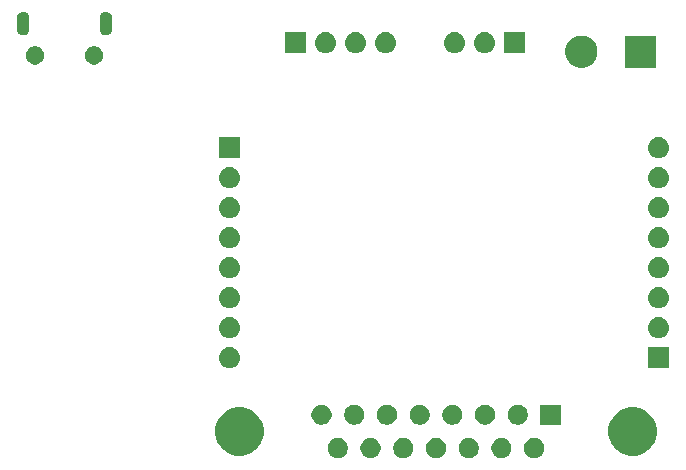
<source format=gbr>
G04 #@! TF.GenerationSoftware,KiCad,Pcbnew,(5.1.4)-1*
G04 #@! TF.CreationDate,2019-10-18T17:06:04-04:00*
G04 #@! TF.ProjectId,mtd415te,6d746434-3135-4746-952e-6b696361645f,rev?*
G04 #@! TF.SameCoordinates,Original*
G04 #@! TF.FileFunction,Soldermask,Bot*
G04 #@! TF.FilePolarity,Negative*
%FSLAX46Y46*%
G04 Gerber Fmt 4.6, Leading zero omitted, Abs format (unit mm)*
G04 Created by KiCad (PCBNEW (5.1.4)-1) date 2019-10-18 17:06:04*
%MOMM*%
%LPD*%
G04 APERTURE LIST*
%ADD10C,0.100000*%
G04 APERTURE END LIST*
D10*
G36*
X145191228Y-79491703D02*
G01*
X145346100Y-79555853D01*
X145485481Y-79648985D01*
X145604015Y-79767519D01*
X145697147Y-79906900D01*
X145761297Y-80061772D01*
X145794000Y-80226184D01*
X145794000Y-80393816D01*
X145761297Y-80558228D01*
X145697147Y-80713100D01*
X145604015Y-80852481D01*
X145485481Y-80971015D01*
X145346100Y-81064147D01*
X145191228Y-81128297D01*
X145026816Y-81161000D01*
X144859184Y-81161000D01*
X144694772Y-81128297D01*
X144539900Y-81064147D01*
X144400519Y-80971015D01*
X144281985Y-80852481D01*
X144188853Y-80713100D01*
X144124703Y-80558228D01*
X144092000Y-80393816D01*
X144092000Y-80226184D01*
X144124703Y-80061772D01*
X144188853Y-79906900D01*
X144281985Y-79767519D01*
X144400519Y-79648985D01*
X144539900Y-79555853D01*
X144694772Y-79491703D01*
X144859184Y-79459000D01*
X145026816Y-79459000D01*
X145191228Y-79491703D01*
X145191228Y-79491703D01*
G37*
G36*
X147961228Y-79491703D02*
G01*
X148116100Y-79555853D01*
X148255481Y-79648985D01*
X148374015Y-79767519D01*
X148467147Y-79906900D01*
X148531297Y-80061772D01*
X148564000Y-80226184D01*
X148564000Y-80393816D01*
X148531297Y-80558228D01*
X148467147Y-80713100D01*
X148374015Y-80852481D01*
X148255481Y-80971015D01*
X148116100Y-81064147D01*
X147961228Y-81128297D01*
X147796816Y-81161000D01*
X147629184Y-81161000D01*
X147464772Y-81128297D01*
X147309900Y-81064147D01*
X147170519Y-80971015D01*
X147051985Y-80852481D01*
X146958853Y-80713100D01*
X146894703Y-80558228D01*
X146862000Y-80393816D01*
X146862000Y-80226184D01*
X146894703Y-80061772D01*
X146958853Y-79906900D01*
X147051985Y-79767519D01*
X147170519Y-79648985D01*
X147309900Y-79555853D01*
X147464772Y-79491703D01*
X147629184Y-79459000D01*
X147796816Y-79459000D01*
X147961228Y-79491703D01*
X147961228Y-79491703D01*
G37*
G36*
X131341228Y-79491703D02*
G01*
X131496100Y-79555853D01*
X131635481Y-79648985D01*
X131754015Y-79767519D01*
X131847147Y-79906900D01*
X131911297Y-80061772D01*
X131944000Y-80226184D01*
X131944000Y-80393816D01*
X131911297Y-80558228D01*
X131847147Y-80713100D01*
X131754015Y-80852481D01*
X131635481Y-80971015D01*
X131496100Y-81064147D01*
X131341228Y-81128297D01*
X131176816Y-81161000D01*
X131009184Y-81161000D01*
X130844772Y-81128297D01*
X130689900Y-81064147D01*
X130550519Y-80971015D01*
X130431985Y-80852481D01*
X130338853Y-80713100D01*
X130274703Y-80558228D01*
X130242000Y-80393816D01*
X130242000Y-80226184D01*
X130274703Y-80061772D01*
X130338853Y-79906900D01*
X130431985Y-79767519D01*
X130550519Y-79648985D01*
X130689900Y-79555853D01*
X130844772Y-79491703D01*
X131009184Y-79459000D01*
X131176816Y-79459000D01*
X131341228Y-79491703D01*
X131341228Y-79491703D01*
G37*
G36*
X134111228Y-79491703D02*
G01*
X134266100Y-79555853D01*
X134405481Y-79648985D01*
X134524015Y-79767519D01*
X134617147Y-79906900D01*
X134681297Y-80061772D01*
X134714000Y-80226184D01*
X134714000Y-80393816D01*
X134681297Y-80558228D01*
X134617147Y-80713100D01*
X134524015Y-80852481D01*
X134405481Y-80971015D01*
X134266100Y-81064147D01*
X134111228Y-81128297D01*
X133946816Y-81161000D01*
X133779184Y-81161000D01*
X133614772Y-81128297D01*
X133459900Y-81064147D01*
X133320519Y-80971015D01*
X133201985Y-80852481D01*
X133108853Y-80713100D01*
X133044703Y-80558228D01*
X133012000Y-80393816D01*
X133012000Y-80226184D01*
X133044703Y-80061772D01*
X133108853Y-79906900D01*
X133201985Y-79767519D01*
X133320519Y-79648985D01*
X133459900Y-79555853D01*
X133614772Y-79491703D01*
X133779184Y-79459000D01*
X133946816Y-79459000D01*
X134111228Y-79491703D01*
X134111228Y-79491703D01*
G37*
G36*
X139651228Y-79491703D02*
G01*
X139806100Y-79555853D01*
X139945481Y-79648985D01*
X140064015Y-79767519D01*
X140157147Y-79906900D01*
X140221297Y-80061772D01*
X140254000Y-80226184D01*
X140254000Y-80393816D01*
X140221297Y-80558228D01*
X140157147Y-80713100D01*
X140064015Y-80852481D01*
X139945481Y-80971015D01*
X139806100Y-81064147D01*
X139651228Y-81128297D01*
X139486816Y-81161000D01*
X139319184Y-81161000D01*
X139154772Y-81128297D01*
X138999900Y-81064147D01*
X138860519Y-80971015D01*
X138741985Y-80852481D01*
X138648853Y-80713100D01*
X138584703Y-80558228D01*
X138552000Y-80393816D01*
X138552000Y-80226184D01*
X138584703Y-80061772D01*
X138648853Y-79906900D01*
X138741985Y-79767519D01*
X138860519Y-79648985D01*
X138999900Y-79555853D01*
X139154772Y-79491703D01*
X139319184Y-79459000D01*
X139486816Y-79459000D01*
X139651228Y-79491703D01*
X139651228Y-79491703D01*
G37*
G36*
X142421228Y-79491703D02*
G01*
X142576100Y-79555853D01*
X142715481Y-79648985D01*
X142834015Y-79767519D01*
X142927147Y-79906900D01*
X142991297Y-80061772D01*
X143024000Y-80226184D01*
X143024000Y-80393816D01*
X142991297Y-80558228D01*
X142927147Y-80713100D01*
X142834015Y-80852481D01*
X142715481Y-80971015D01*
X142576100Y-81064147D01*
X142421228Y-81128297D01*
X142256816Y-81161000D01*
X142089184Y-81161000D01*
X141924772Y-81128297D01*
X141769900Y-81064147D01*
X141630519Y-80971015D01*
X141511985Y-80852481D01*
X141418853Y-80713100D01*
X141354703Y-80558228D01*
X141322000Y-80393816D01*
X141322000Y-80226184D01*
X141354703Y-80061772D01*
X141418853Y-79906900D01*
X141511985Y-79767519D01*
X141630519Y-79648985D01*
X141769900Y-79555853D01*
X141924772Y-79491703D01*
X142089184Y-79459000D01*
X142256816Y-79459000D01*
X142421228Y-79491703D01*
X142421228Y-79491703D01*
G37*
G36*
X136881228Y-79491703D02*
G01*
X137036100Y-79555853D01*
X137175481Y-79648985D01*
X137294015Y-79767519D01*
X137387147Y-79906900D01*
X137451297Y-80061772D01*
X137484000Y-80226184D01*
X137484000Y-80393816D01*
X137451297Y-80558228D01*
X137387147Y-80713100D01*
X137294015Y-80852481D01*
X137175481Y-80971015D01*
X137036100Y-81064147D01*
X136881228Y-81128297D01*
X136716816Y-81161000D01*
X136549184Y-81161000D01*
X136384772Y-81128297D01*
X136229900Y-81064147D01*
X136090519Y-80971015D01*
X135971985Y-80852481D01*
X135878853Y-80713100D01*
X135814703Y-80558228D01*
X135782000Y-80393816D01*
X135782000Y-80226184D01*
X135814703Y-80061772D01*
X135878853Y-79906900D01*
X135971985Y-79767519D01*
X136090519Y-79648985D01*
X136229900Y-79555853D01*
X136384772Y-79491703D01*
X136549184Y-79459000D01*
X136716816Y-79459000D01*
X136881228Y-79491703D01*
X136881228Y-79491703D01*
G37*
G36*
X123351254Y-76917818D02*
G01*
X123711170Y-77066900D01*
X123724513Y-77072427D01*
X124060436Y-77296884D01*
X124346116Y-77582564D01*
X124436765Y-77718229D01*
X124570574Y-77918489D01*
X124725182Y-78291746D01*
X124804000Y-78687993D01*
X124804000Y-79092007D01*
X124725182Y-79488254D01*
X124609506Y-79767520D01*
X124570573Y-79861513D01*
X124346116Y-80197436D01*
X124060436Y-80483116D01*
X123724513Y-80707573D01*
X123724512Y-80707574D01*
X123724511Y-80707574D01*
X123351254Y-80862182D01*
X122955007Y-80941000D01*
X122550993Y-80941000D01*
X122154746Y-80862182D01*
X121781489Y-80707574D01*
X121781488Y-80707574D01*
X121781487Y-80707573D01*
X121445564Y-80483116D01*
X121159884Y-80197436D01*
X120935427Y-79861513D01*
X120896494Y-79767520D01*
X120780818Y-79488254D01*
X120702000Y-79092007D01*
X120702000Y-78687993D01*
X120780818Y-78291746D01*
X120935426Y-77918489D01*
X121069236Y-77718229D01*
X121159884Y-77582564D01*
X121445564Y-77296884D01*
X121781487Y-77072427D01*
X121794830Y-77066900D01*
X122154746Y-76917818D01*
X122550993Y-76839000D01*
X122955007Y-76839000D01*
X123351254Y-76917818D01*
X123351254Y-76917818D01*
G37*
G36*
X156651254Y-76917818D02*
G01*
X157011170Y-77066900D01*
X157024513Y-77072427D01*
X157360436Y-77296884D01*
X157646116Y-77582564D01*
X157736765Y-77718229D01*
X157870574Y-77918489D01*
X158025182Y-78291746D01*
X158104000Y-78687993D01*
X158104000Y-79092007D01*
X158025182Y-79488254D01*
X157909506Y-79767520D01*
X157870573Y-79861513D01*
X157646116Y-80197436D01*
X157360436Y-80483116D01*
X157024513Y-80707573D01*
X157024512Y-80707574D01*
X157024511Y-80707574D01*
X156651254Y-80862182D01*
X156255007Y-80941000D01*
X155850993Y-80941000D01*
X155454746Y-80862182D01*
X155081489Y-80707574D01*
X155081488Y-80707574D01*
X155081487Y-80707573D01*
X154745564Y-80483116D01*
X154459884Y-80197436D01*
X154235427Y-79861513D01*
X154196494Y-79767520D01*
X154080818Y-79488254D01*
X154002000Y-79092007D01*
X154002000Y-78687993D01*
X154080818Y-78291746D01*
X154235426Y-77918489D01*
X154369236Y-77718229D01*
X154459884Y-77582564D01*
X154745564Y-77296884D01*
X155081487Y-77072427D01*
X155094830Y-77066900D01*
X155454746Y-76917818D01*
X155850993Y-76839000D01*
X156255007Y-76839000D01*
X156651254Y-76917818D01*
X156651254Y-76917818D01*
G37*
G36*
X141036228Y-76651703D02*
G01*
X141191100Y-76715853D01*
X141330481Y-76808985D01*
X141449015Y-76927519D01*
X141542147Y-77066900D01*
X141606297Y-77221772D01*
X141639000Y-77386184D01*
X141639000Y-77553816D01*
X141606297Y-77718228D01*
X141542147Y-77873100D01*
X141449015Y-78012481D01*
X141330481Y-78131015D01*
X141191100Y-78224147D01*
X141036228Y-78288297D01*
X140871816Y-78321000D01*
X140704184Y-78321000D01*
X140539772Y-78288297D01*
X140384900Y-78224147D01*
X140245519Y-78131015D01*
X140126985Y-78012481D01*
X140033853Y-77873100D01*
X139969703Y-77718228D01*
X139937000Y-77553816D01*
X139937000Y-77386184D01*
X139969703Y-77221772D01*
X140033853Y-77066900D01*
X140126985Y-76927519D01*
X140245519Y-76808985D01*
X140384900Y-76715853D01*
X140539772Y-76651703D01*
X140704184Y-76619000D01*
X140871816Y-76619000D01*
X141036228Y-76651703D01*
X141036228Y-76651703D01*
G37*
G36*
X146576228Y-76651703D02*
G01*
X146731100Y-76715853D01*
X146870481Y-76808985D01*
X146989015Y-76927519D01*
X147082147Y-77066900D01*
X147146297Y-77221772D01*
X147179000Y-77386184D01*
X147179000Y-77553816D01*
X147146297Y-77718228D01*
X147082147Y-77873100D01*
X146989015Y-78012481D01*
X146870481Y-78131015D01*
X146731100Y-78224147D01*
X146576228Y-78288297D01*
X146411816Y-78321000D01*
X146244184Y-78321000D01*
X146079772Y-78288297D01*
X145924900Y-78224147D01*
X145785519Y-78131015D01*
X145666985Y-78012481D01*
X145573853Y-77873100D01*
X145509703Y-77718228D01*
X145477000Y-77553816D01*
X145477000Y-77386184D01*
X145509703Y-77221772D01*
X145573853Y-77066900D01*
X145666985Y-76927519D01*
X145785519Y-76808985D01*
X145924900Y-76715853D01*
X146079772Y-76651703D01*
X146244184Y-76619000D01*
X146411816Y-76619000D01*
X146576228Y-76651703D01*
X146576228Y-76651703D01*
G37*
G36*
X143806228Y-76651703D02*
G01*
X143961100Y-76715853D01*
X144100481Y-76808985D01*
X144219015Y-76927519D01*
X144312147Y-77066900D01*
X144376297Y-77221772D01*
X144409000Y-77386184D01*
X144409000Y-77553816D01*
X144376297Y-77718228D01*
X144312147Y-77873100D01*
X144219015Y-78012481D01*
X144100481Y-78131015D01*
X143961100Y-78224147D01*
X143806228Y-78288297D01*
X143641816Y-78321000D01*
X143474184Y-78321000D01*
X143309772Y-78288297D01*
X143154900Y-78224147D01*
X143015519Y-78131015D01*
X142896985Y-78012481D01*
X142803853Y-77873100D01*
X142739703Y-77718228D01*
X142707000Y-77553816D01*
X142707000Y-77386184D01*
X142739703Y-77221772D01*
X142803853Y-77066900D01*
X142896985Y-76927519D01*
X143015519Y-76808985D01*
X143154900Y-76715853D01*
X143309772Y-76651703D01*
X143474184Y-76619000D01*
X143641816Y-76619000D01*
X143806228Y-76651703D01*
X143806228Y-76651703D01*
G37*
G36*
X138266228Y-76651703D02*
G01*
X138421100Y-76715853D01*
X138560481Y-76808985D01*
X138679015Y-76927519D01*
X138772147Y-77066900D01*
X138836297Y-77221772D01*
X138869000Y-77386184D01*
X138869000Y-77553816D01*
X138836297Y-77718228D01*
X138772147Y-77873100D01*
X138679015Y-78012481D01*
X138560481Y-78131015D01*
X138421100Y-78224147D01*
X138266228Y-78288297D01*
X138101816Y-78321000D01*
X137934184Y-78321000D01*
X137769772Y-78288297D01*
X137614900Y-78224147D01*
X137475519Y-78131015D01*
X137356985Y-78012481D01*
X137263853Y-77873100D01*
X137199703Y-77718228D01*
X137167000Y-77553816D01*
X137167000Y-77386184D01*
X137199703Y-77221772D01*
X137263853Y-77066900D01*
X137356985Y-76927519D01*
X137475519Y-76808985D01*
X137614900Y-76715853D01*
X137769772Y-76651703D01*
X137934184Y-76619000D01*
X138101816Y-76619000D01*
X138266228Y-76651703D01*
X138266228Y-76651703D01*
G37*
G36*
X135496228Y-76651703D02*
G01*
X135651100Y-76715853D01*
X135790481Y-76808985D01*
X135909015Y-76927519D01*
X136002147Y-77066900D01*
X136066297Y-77221772D01*
X136099000Y-77386184D01*
X136099000Y-77553816D01*
X136066297Y-77718228D01*
X136002147Y-77873100D01*
X135909015Y-78012481D01*
X135790481Y-78131015D01*
X135651100Y-78224147D01*
X135496228Y-78288297D01*
X135331816Y-78321000D01*
X135164184Y-78321000D01*
X134999772Y-78288297D01*
X134844900Y-78224147D01*
X134705519Y-78131015D01*
X134586985Y-78012481D01*
X134493853Y-77873100D01*
X134429703Y-77718228D01*
X134397000Y-77553816D01*
X134397000Y-77386184D01*
X134429703Y-77221772D01*
X134493853Y-77066900D01*
X134586985Y-76927519D01*
X134705519Y-76808985D01*
X134844900Y-76715853D01*
X134999772Y-76651703D01*
X135164184Y-76619000D01*
X135331816Y-76619000D01*
X135496228Y-76651703D01*
X135496228Y-76651703D01*
G37*
G36*
X132726228Y-76651703D02*
G01*
X132881100Y-76715853D01*
X133020481Y-76808985D01*
X133139015Y-76927519D01*
X133232147Y-77066900D01*
X133296297Y-77221772D01*
X133329000Y-77386184D01*
X133329000Y-77553816D01*
X133296297Y-77718228D01*
X133232147Y-77873100D01*
X133139015Y-78012481D01*
X133020481Y-78131015D01*
X132881100Y-78224147D01*
X132726228Y-78288297D01*
X132561816Y-78321000D01*
X132394184Y-78321000D01*
X132229772Y-78288297D01*
X132074900Y-78224147D01*
X131935519Y-78131015D01*
X131816985Y-78012481D01*
X131723853Y-77873100D01*
X131659703Y-77718228D01*
X131627000Y-77553816D01*
X131627000Y-77386184D01*
X131659703Y-77221772D01*
X131723853Y-77066900D01*
X131816985Y-76927519D01*
X131935519Y-76808985D01*
X132074900Y-76715853D01*
X132229772Y-76651703D01*
X132394184Y-76619000D01*
X132561816Y-76619000D01*
X132726228Y-76651703D01*
X132726228Y-76651703D01*
G37*
G36*
X129956228Y-76651703D02*
G01*
X130111100Y-76715853D01*
X130250481Y-76808985D01*
X130369015Y-76927519D01*
X130462147Y-77066900D01*
X130526297Y-77221772D01*
X130559000Y-77386184D01*
X130559000Y-77553816D01*
X130526297Y-77718228D01*
X130462147Y-77873100D01*
X130369015Y-78012481D01*
X130250481Y-78131015D01*
X130111100Y-78224147D01*
X129956228Y-78288297D01*
X129791816Y-78321000D01*
X129624184Y-78321000D01*
X129459772Y-78288297D01*
X129304900Y-78224147D01*
X129165519Y-78131015D01*
X129046985Y-78012481D01*
X128953853Y-77873100D01*
X128889703Y-77718228D01*
X128857000Y-77553816D01*
X128857000Y-77386184D01*
X128889703Y-77221772D01*
X128953853Y-77066900D01*
X129046985Y-76927519D01*
X129165519Y-76808985D01*
X129304900Y-76715853D01*
X129459772Y-76651703D01*
X129624184Y-76619000D01*
X129791816Y-76619000D01*
X129956228Y-76651703D01*
X129956228Y-76651703D01*
G37*
G36*
X149949000Y-78321000D02*
G01*
X148247000Y-78321000D01*
X148247000Y-76619000D01*
X149949000Y-76619000D01*
X149949000Y-78321000D01*
X149949000Y-78321000D01*
G37*
G36*
X159143000Y-73545000D02*
G01*
X157341000Y-73545000D01*
X157341000Y-71743000D01*
X159143000Y-71743000D01*
X159143000Y-73545000D01*
X159143000Y-73545000D01*
G37*
G36*
X122030442Y-71749518D02*
G01*
X122096627Y-71756037D01*
X122266466Y-71807557D01*
X122422991Y-71891222D01*
X122458729Y-71920552D01*
X122560186Y-72003814D01*
X122643448Y-72105271D01*
X122672778Y-72141009D01*
X122756443Y-72297534D01*
X122807963Y-72467373D01*
X122825359Y-72644000D01*
X122807963Y-72820627D01*
X122756443Y-72990466D01*
X122672778Y-73146991D01*
X122643448Y-73182729D01*
X122560186Y-73284186D01*
X122458729Y-73367448D01*
X122422991Y-73396778D01*
X122266466Y-73480443D01*
X122096627Y-73531963D01*
X122030442Y-73538482D01*
X121964260Y-73545000D01*
X121875740Y-73545000D01*
X121809558Y-73538482D01*
X121743373Y-73531963D01*
X121573534Y-73480443D01*
X121417009Y-73396778D01*
X121381271Y-73367448D01*
X121279814Y-73284186D01*
X121196552Y-73182729D01*
X121167222Y-73146991D01*
X121083557Y-72990466D01*
X121032037Y-72820627D01*
X121014641Y-72644000D01*
X121032037Y-72467373D01*
X121083557Y-72297534D01*
X121167222Y-72141009D01*
X121196552Y-72105271D01*
X121279814Y-72003814D01*
X121381271Y-71920552D01*
X121417009Y-71891222D01*
X121573534Y-71807557D01*
X121743373Y-71756037D01*
X121809558Y-71749518D01*
X121875740Y-71743000D01*
X121964260Y-71743000D01*
X122030442Y-71749518D01*
X122030442Y-71749518D01*
G37*
G36*
X122030443Y-69209519D02*
G01*
X122096627Y-69216037D01*
X122266466Y-69267557D01*
X122422991Y-69351222D01*
X122458729Y-69380552D01*
X122560186Y-69463814D01*
X122643448Y-69565271D01*
X122672778Y-69601009D01*
X122756443Y-69757534D01*
X122807963Y-69927373D01*
X122825359Y-70104000D01*
X122807963Y-70280627D01*
X122756443Y-70450466D01*
X122672778Y-70606991D01*
X122643448Y-70642729D01*
X122560186Y-70744186D01*
X122458729Y-70827448D01*
X122422991Y-70856778D01*
X122266466Y-70940443D01*
X122096627Y-70991963D01*
X122030443Y-70998481D01*
X121964260Y-71005000D01*
X121875740Y-71005000D01*
X121809557Y-70998481D01*
X121743373Y-70991963D01*
X121573534Y-70940443D01*
X121417009Y-70856778D01*
X121381271Y-70827448D01*
X121279814Y-70744186D01*
X121196552Y-70642729D01*
X121167222Y-70606991D01*
X121083557Y-70450466D01*
X121032037Y-70280627D01*
X121014641Y-70104000D01*
X121032037Y-69927373D01*
X121083557Y-69757534D01*
X121167222Y-69601009D01*
X121196552Y-69565271D01*
X121279814Y-69463814D01*
X121381271Y-69380552D01*
X121417009Y-69351222D01*
X121573534Y-69267557D01*
X121743373Y-69216037D01*
X121809557Y-69209519D01*
X121875740Y-69203000D01*
X121964260Y-69203000D01*
X122030443Y-69209519D01*
X122030443Y-69209519D01*
G37*
G36*
X158352443Y-69209519D02*
G01*
X158418627Y-69216037D01*
X158588466Y-69267557D01*
X158744991Y-69351222D01*
X158780729Y-69380552D01*
X158882186Y-69463814D01*
X158965448Y-69565271D01*
X158994778Y-69601009D01*
X159078443Y-69757534D01*
X159129963Y-69927373D01*
X159147359Y-70104000D01*
X159129963Y-70280627D01*
X159078443Y-70450466D01*
X158994778Y-70606991D01*
X158965448Y-70642729D01*
X158882186Y-70744186D01*
X158780729Y-70827448D01*
X158744991Y-70856778D01*
X158588466Y-70940443D01*
X158418627Y-70991963D01*
X158352443Y-70998481D01*
X158286260Y-71005000D01*
X158197740Y-71005000D01*
X158131557Y-70998481D01*
X158065373Y-70991963D01*
X157895534Y-70940443D01*
X157739009Y-70856778D01*
X157703271Y-70827448D01*
X157601814Y-70744186D01*
X157518552Y-70642729D01*
X157489222Y-70606991D01*
X157405557Y-70450466D01*
X157354037Y-70280627D01*
X157336641Y-70104000D01*
X157354037Y-69927373D01*
X157405557Y-69757534D01*
X157489222Y-69601009D01*
X157518552Y-69565271D01*
X157601814Y-69463814D01*
X157703271Y-69380552D01*
X157739009Y-69351222D01*
X157895534Y-69267557D01*
X158065373Y-69216037D01*
X158131557Y-69209519D01*
X158197740Y-69203000D01*
X158286260Y-69203000D01*
X158352443Y-69209519D01*
X158352443Y-69209519D01*
G37*
G36*
X122030443Y-66669519D02*
G01*
X122096627Y-66676037D01*
X122266466Y-66727557D01*
X122422991Y-66811222D01*
X122458729Y-66840552D01*
X122560186Y-66923814D01*
X122643448Y-67025271D01*
X122672778Y-67061009D01*
X122756443Y-67217534D01*
X122807963Y-67387373D01*
X122825359Y-67564000D01*
X122807963Y-67740627D01*
X122756443Y-67910466D01*
X122672778Y-68066991D01*
X122643448Y-68102729D01*
X122560186Y-68204186D01*
X122458729Y-68287448D01*
X122422991Y-68316778D01*
X122266466Y-68400443D01*
X122096627Y-68451963D01*
X122030442Y-68458482D01*
X121964260Y-68465000D01*
X121875740Y-68465000D01*
X121809558Y-68458482D01*
X121743373Y-68451963D01*
X121573534Y-68400443D01*
X121417009Y-68316778D01*
X121381271Y-68287448D01*
X121279814Y-68204186D01*
X121196552Y-68102729D01*
X121167222Y-68066991D01*
X121083557Y-67910466D01*
X121032037Y-67740627D01*
X121014641Y-67564000D01*
X121032037Y-67387373D01*
X121083557Y-67217534D01*
X121167222Y-67061009D01*
X121196552Y-67025271D01*
X121279814Y-66923814D01*
X121381271Y-66840552D01*
X121417009Y-66811222D01*
X121573534Y-66727557D01*
X121743373Y-66676037D01*
X121809557Y-66669519D01*
X121875740Y-66663000D01*
X121964260Y-66663000D01*
X122030443Y-66669519D01*
X122030443Y-66669519D01*
G37*
G36*
X158352443Y-66669519D02*
G01*
X158418627Y-66676037D01*
X158588466Y-66727557D01*
X158744991Y-66811222D01*
X158780729Y-66840552D01*
X158882186Y-66923814D01*
X158965448Y-67025271D01*
X158994778Y-67061009D01*
X159078443Y-67217534D01*
X159129963Y-67387373D01*
X159147359Y-67564000D01*
X159129963Y-67740627D01*
X159078443Y-67910466D01*
X158994778Y-68066991D01*
X158965448Y-68102729D01*
X158882186Y-68204186D01*
X158780729Y-68287448D01*
X158744991Y-68316778D01*
X158588466Y-68400443D01*
X158418627Y-68451963D01*
X158352442Y-68458482D01*
X158286260Y-68465000D01*
X158197740Y-68465000D01*
X158131558Y-68458482D01*
X158065373Y-68451963D01*
X157895534Y-68400443D01*
X157739009Y-68316778D01*
X157703271Y-68287448D01*
X157601814Y-68204186D01*
X157518552Y-68102729D01*
X157489222Y-68066991D01*
X157405557Y-67910466D01*
X157354037Y-67740627D01*
X157336641Y-67564000D01*
X157354037Y-67387373D01*
X157405557Y-67217534D01*
X157489222Y-67061009D01*
X157518552Y-67025271D01*
X157601814Y-66923814D01*
X157703271Y-66840552D01*
X157739009Y-66811222D01*
X157895534Y-66727557D01*
X158065373Y-66676037D01*
X158131557Y-66669519D01*
X158197740Y-66663000D01*
X158286260Y-66663000D01*
X158352443Y-66669519D01*
X158352443Y-66669519D01*
G37*
G36*
X158352443Y-64129519D02*
G01*
X158418627Y-64136037D01*
X158588466Y-64187557D01*
X158744991Y-64271222D01*
X158780729Y-64300552D01*
X158882186Y-64383814D01*
X158965448Y-64485271D01*
X158994778Y-64521009D01*
X159078443Y-64677534D01*
X159129963Y-64847373D01*
X159147359Y-65024000D01*
X159129963Y-65200627D01*
X159078443Y-65370466D01*
X158994778Y-65526991D01*
X158965448Y-65562729D01*
X158882186Y-65664186D01*
X158780729Y-65747448D01*
X158744991Y-65776778D01*
X158588466Y-65860443D01*
X158418627Y-65911963D01*
X158352443Y-65918481D01*
X158286260Y-65925000D01*
X158197740Y-65925000D01*
X158131557Y-65918481D01*
X158065373Y-65911963D01*
X157895534Y-65860443D01*
X157739009Y-65776778D01*
X157703271Y-65747448D01*
X157601814Y-65664186D01*
X157518552Y-65562729D01*
X157489222Y-65526991D01*
X157405557Y-65370466D01*
X157354037Y-65200627D01*
X157336641Y-65024000D01*
X157354037Y-64847373D01*
X157405557Y-64677534D01*
X157489222Y-64521009D01*
X157518552Y-64485271D01*
X157601814Y-64383814D01*
X157703271Y-64300552D01*
X157739009Y-64271222D01*
X157895534Y-64187557D01*
X158065373Y-64136037D01*
X158131557Y-64129519D01*
X158197740Y-64123000D01*
X158286260Y-64123000D01*
X158352443Y-64129519D01*
X158352443Y-64129519D01*
G37*
G36*
X122030443Y-64129519D02*
G01*
X122096627Y-64136037D01*
X122266466Y-64187557D01*
X122422991Y-64271222D01*
X122458729Y-64300552D01*
X122560186Y-64383814D01*
X122643448Y-64485271D01*
X122672778Y-64521009D01*
X122756443Y-64677534D01*
X122807963Y-64847373D01*
X122825359Y-65024000D01*
X122807963Y-65200627D01*
X122756443Y-65370466D01*
X122672778Y-65526991D01*
X122643448Y-65562729D01*
X122560186Y-65664186D01*
X122458729Y-65747448D01*
X122422991Y-65776778D01*
X122266466Y-65860443D01*
X122096627Y-65911963D01*
X122030443Y-65918481D01*
X121964260Y-65925000D01*
X121875740Y-65925000D01*
X121809557Y-65918481D01*
X121743373Y-65911963D01*
X121573534Y-65860443D01*
X121417009Y-65776778D01*
X121381271Y-65747448D01*
X121279814Y-65664186D01*
X121196552Y-65562729D01*
X121167222Y-65526991D01*
X121083557Y-65370466D01*
X121032037Y-65200627D01*
X121014641Y-65024000D01*
X121032037Y-64847373D01*
X121083557Y-64677534D01*
X121167222Y-64521009D01*
X121196552Y-64485271D01*
X121279814Y-64383814D01*
X121381271Y-64300552D01*
X121417009Y-64271222D01*
X121573534Y-64187557D01*
X121743373Y-64136037D01*
X121809557Y-64129519D01*
X121875740Y-64123000D01*
X121964260Y-64123000D01*
X122030443Y-64129519D01*
X122030443Y-64129519D01*
G37*
G36*
X122030442Y-61589518D02*
G01*
X122096627Y-61596037D01*
X122266466Y-61647557D01*
X122422991Y-61731222D01*
X122458729Y-61760552D01*
X122560186Y-61843814D01*
X122643448Y-61945271D01*
X122672778Y-61981009D01*
X122756443Y-62137534D01*
X122807963Y-62307373D01*
X122825359Y-62484000D01*
X122807963Y-62660627D01*
X122756443Y-62830466D01*
X122672778Y-62986991D01*
X122643448Y-63022729D01*
X122560186Y-63124186D01*
X122458729Y-63207448D01*
X122422991Y-63236778D01*
X122266466Y-63320443D01*
X122096627Y-63371963D01*
X122030442Y-63378482D01*
X121964260Y-63385000D01*
X121875740Y-63385000D01*
X121809558Y-63378482D01*
X121743373Y-63371963D01*
X121573534Y-63320443D01*
X121417009Y-63236778D01*
X121381271Y-63207448D01*
X121279814Y-63124186D01*
X121196552Y-63022729D01*
X121167222Y-62986991D01*
X121083557Y-62830466D01*
X121032037Y-62660627D01*
X121014641Y-62484000D01*
X121032037Y-62307373D01*
X121083557Y-62137534D01*
X121167222Y-61981009D01*
X121196552Y-61945271D01*
X121279814Y-61843814D01*
X121381271Y-61760552D01*
X121417009Y-61731222D01*
X121573534Y-61647557D01*
X121743373Y-61596037D01*
X121809558Y-61589518D01*
X121875740Y-61583000D01*
X121964260Y-61583000D01*
X122030442Y-61589518D01*
X122030442Y-61589518D01*
G37*
G36*
X158352442Y-61589518D02*
G01*
X158418627Y-61596037D01*
X158588466Y-61647557D01*
X158744991Y-61731222D01*
X158780729Y-61760552D01*
X158882186Y-61843814D01*
X158965448Y-61945271D01*
X158994778Y-61981009D01*
X159078443Y-62137534D01*
X159129963Y-62307373D01*
X159147359Y-62484000D01*
X159129963Y-62660627D01*
X159078443Y-62830466D01*
X158994778Y-62986991D01*
X158965448Y-63022729D01*
X158882186Y-63124186D01*
X158780729Y-63207448D01*
X158744991Y-63236778D01*
X158588466Y-63320443D01*
X158418627Y-63371963D01*
X158352442Y-63378482D01*
X158286260Y-63385000D01*
X158197740Y-63385000D01*
X158131558Y-63378482D01*
X158065373Y-63371963D01*
X157895534Y-63320443D01*
X157739009Y-63236778D01*
X157703271Y-63207448D01*
X157601814Y-63124186D01*
X157518552Y-63022729D01*
X157489222Y-62986991D01*
X157405557Y-62830466D01*
X157354037Y-62660627D01*
X157336641Y-62484000D01*
X157354037Y-62307373D01*
X157405557Y-62137534D01*
X157489222Y-61981009D01*
X157518552Y-61945271D01*
X157601814Y-61843814D01*
X157703271Y-61760552D01*
X157739009Y-61731222D01*
X157895534Y-61647557D01*
X158065373Y-61596037D01*
X158131558Y-61589518D01*
X158197740Y-61583000D01*
X158286260Y-61583000D01*
X158352442Y-61589518D01*
X158352442Y-61589518D01*
G37*
G36*
X158352443Y-59049519D02*
G01*
X158418627Y-59056037D01*
X158588466Y-59107557D01*
X158744991Y-59191222D01*
X158780729Y-59220552D01*
X158882186Y-59303814D01*
X158965448Y-59405271D01*
X158994778Y-59441009D01*
X159078443Y-59597534D01*
X159129963Y-59767373D01*
X159147359Y-59944000D01*
X159129963Y-60120627D01*
X159078443Y-60290466D01*
X158994778Y-60446991D01*
X158965448Y-60482729D01*
X158882186Y-60584186D01*
X158780729Y-60667448D01*
X158744991Y-60696778D01*
X158588466Y-60780443D01*
X158418627Y-60831963D01*
X158352443Y-60838481D01*
X158286260Y-60845000D01*
X158197740Y-60845000D01*
X158131557Y-60838481D01*
X158065373Y-60831963D01*
X157895534Y-60780443D01*
X157739009Y-60696778D01*
X157703271Y-60667448D01*
X157601814Y-60584186D01*
X157518552Y-60482729D01*
X157489222Y-60446991D01*
X157405557Y-60290466D01*
X157354037Y-60120627D01*
X157336641Y-59944000D01*
X157354037Y-59767373D01*
X157405557Y-59597534D01*
X157489222Y-59441009D01*
X157518552Y-59405271D01*
X157601814Y-59303814D01*
X157703271Y-59220552D01*
X157739009Y-59191222D01*
X157895534Y-59107557D01*
X158065373Y-59056037D01*
X158131557Y-59049519D01*
X158197740Y-59043000D01*
X158286260Y-59043000D01*
X158352443Y-59049519D01*
X158352443Y-59049519D01*
G37*
G36*
X122030443Y-59049519D02*
G01*
X122096627Y-59056037D01*
X122266466Y-59107557D01*
X122422991Y-59191222D01*
X122458729Y-59220552D01*
X122560186Y-59303814D01*
X122643448Y-59405271D01*
X122672778Y-59441009D01*
X122756443Y-59597534D01*
X122807963Y-59767373D01*
X122825359Y-59944000D01*
X122807963Y-60120627D01*
X122756443Y-60290466D01*
X122672778Y-60446991D01*
X122643448Y-60482729D01*
X122560186Y-60584186D01*
X122458729Y-60667448D01*
X122422991Y-60696778D01*
X122266466Y-60780443D01*
X122096627Y-60831963D01*
X122030443Y-60838481D01*
X121964260Y-60845000D01*
X121875740Y-60845000D01*
X121809557Y-60838481D01*
X121743373Y-60831963D01*
X121573534Y-60780443D01*
X121417009Y-60696778D01*
X121381271Y-60667448D01*
X121279814Y-60584186D01*
X121196552Y-60482729D01*
X121167222Y-60446991D01*
X121083557Y-60290466D01*
X121032037Y-60120627D01*
X121014641Y-59944000D01*
X121032037Y-59767373D01*
X121083557Y-59597534D01*
X121167222Y-59441009D01*
X121196552Y-59405271D01*
X121279814Y-59303814D01*
X121381271Y-59220552D01*
X121417009Y-59191222D01*
X121573534Y-59107557D01*
X121743373Y-59056037D01*
X121809557Y-59049519D01*
X121875740Y-59043000D01*
X121964260Y-59043000D01*
X122030443Y-59049519D01*
X122030443Y-59049519D01*
G37*
G36*
X158352442Y-56509518D02*
G01*
X158418627Y-56516037D01*
X158588466Y-56567557D01*
X158744991Y-56651222D01*
X158780729Y-56680552D01*
X158882186Y-56763814D01*
X158965448Y-56865271D01*
X158994778Y-56901009D01*
X159078443Y-57057534D01*
X159129963Y-57227373D01*
X159147359Y-57404000D01*
X159129963Y-57580627D01*
X159078443Y-57750466D01*
X158994778Y-57906991D01*
X158965448Y-57942729D01*
X158882186Y-58044186D01*
X158780729Y-58127448D01*
X158744991Y-58156778D01*
X158588466Y-58240443D01*
X158418627Y-58291963D01*
X158352443Y-58298481D01*
X158286260Y-58305000D01*
X158197740Y-58305000D01*
X158131557Y-58298481D01*
X158065373Y-58291963D01*
X157895534Y-58240443D01*
X157739009Y-58156778D01*
X157703271Y-58127448D01*
X157601814Y-58044186D01*
X157518552Y-57942729D01*
X157489222Y-57906991D01*
X157405557Y-57750466D01*
X157354037Y-57580627D01*
X157336641Y-57404000D01*
X157354037Y-57227373D01*
X157405557Y-57057534D01*
X157489222Y-56901009D01*
X157518552Y-56865271D01*
X157601814Y-56763814D01*
X157703271Y-56680552D01*
X157739009Y-56651222D01*
X157895534Y-56567557D01*
X158065373Y-56516037D01*
X158131558Y-56509518D01*
X158197740Y-56503000D01*
X158286260Y-56503000D01*
X158352442Y-56509518D01*
X158352442Y-56509518D01*
G37*
G36*
X122030442Y-56509518D02*
G01*
X122096627Y-56516037D01*
X122266466Y-56567557D01*
X122422991Y-56651222D01*
X122458729Y-56680552D01*
X122560186Y-56763814D01*
X122643448Y-56865271D01*
X122672778Y-56901009D01*
X122756443Y-57057534D01*
X122807963Y-57227373D01*
X122825359Y-57404000D01*
X122807963Y-57580627D01*
X122756443Y-57750466D01*
X122672778Y-57906991D01*
X122643448Y-57942729D01*
X122560186Y-58044186D01*
X122458729Y-58127448D01*
X122422991Y-58156778D01*
X122266466Y-58240443D01*
X122096627Y-58291963D01*
X122030443Y-58298481D01*
X121964260Y-58305000D01*
X121875740Y-58305000D01*
X121809557Y-58298481D01*
X121743373Y-58291963D01*
X121573534Y-58240443D01*
X121417009Y-58156778D01*
X121381271Y-58127448D01*
X121279814Y-58044186D01*
X121196552Y-57942729D01*
X121167222Y-57906991D01*
X121083557Y-57750466D01*
X121032037Y-57580627D01*
X121014641Y-57404000D01*
X121032037Y-57227373D01*
X121083557Y-57057534D01*
X121167222Y-56901009D01*
X121196552Y-56865271D01*
X121279814Y-56763814D01*
X121381271Y-56680552D01*
X121417009Y-56651222D01*
X121573534Y-56567557D01*
X121743373Y-56516037D01*
X121809558Y-56509518D01*
X121875740Y-56503000D01*
X121964260Y-56503000D01*
X122030442Y-56509518D01*
X122030442Y-56509518D01*
G37*
G36*
X122821000Y-55765000D02*
G01*
X121019000Y-55765000D01*
X121019000Y-53963000D01*
X122821000Y-53963000D01*
X122821000Y-55765000D01*
X122821000Y-55765000D01*
G37*
G36*
X158352443Y-53969519D02*
G01*
X158418627Y-53976037D01*
X158588466Y-54027557D01*
X158744991Y-54111222D01*
X158780729Y-54140552D01*
X158882186Y-54223814D01*
X158965448Y-54325271D01*
X158994778Y-54361009D01*
X159078443Y-54517534D01*
X159129963Y-54687373D01*
X159147359Y-54864000D01*
X159129963Y-55040627D01*
X159078443Y-55210466D01*
X158994778Y-55366991D01*
X158965448Y-55402729D01*
X158882186Y-55504186D01*
X158780729Y-55587448D01*
X158744991Y-55616778D01*
X158588466Y-55700443D01*
X158418627Y-55751963D01*
X158352443Y-55758481D01*
X158286260Y-55765000D01*
X158197740Y-55765000D01*
X158131557Y-55758481D01*
X158065373Y-55751963D01*
X157895534Y-55700443D01*
X157739009Y-55616778D01*
X157703271Y-55587448D01*
X157601814Y-55504186D01*
X157518552Y-55402729D01*
X157489222Y-55366991D01*
X157405557Y-55210466D01*
X157354037Y-55040627D01*
X157336641Y-54864000D01*
X157354037Y-54687373D01*
X157405557Y-54517534D01*
X157489222Y-54361009D01*
X157518552Y-54325271D01*
X157601814Y-54223814D01*
X157703271Y-54140552D01*
X157739009Y-54111222D01*
X157895534Y-54027557D01*
X158065373Y-53976037D01*
X158131557Y-53969519D01*
X158197740Y-53963000D01*
X158286260Y-53963000D01*
X158352443Y-53969519D01*
X158352443Y-53969519D01*
G37*
G36*
X158069000Y-48087000D02*
G01*
X155367000Y-48087000D01*
X155367000Y-45385000D01*
X158069000Y-45385000D01*
X158069000Y-48087000D01*
X158069000Y-48087000D01*
G37*
G36*
X152112072Y-45436918D02*
G01*
X152357939Y-45538759D01*
X152469328Y-45613187D01*
X152579211Y-45686609D01*
X152767391Y-45874789D01*
X152915242Y-46096063D01*
X153017082Y-46341928D01*
X153069000Y-46602937D01*
X153069000Y-46869063D01*
X153017082Y-47130072D01*
X152915242Y-47375937D01*
X152767391Y-47597211D01*
X152579211Y-47785391D01*
X152512449Y-47830000D01*
X152357939Y-47933241D01*
X152357938Y-47933242D01*
X152357937Y-47933242D01*
X152112072Y-48035082D01*
X151851063Y-48087000D01*
X151584937Y-48087000D01*
X151323928Y-48035082D01*
X151078063Y-47933242D01*
X151078062Y-47933242D01*
X151078061Y-47933241D01*
X150923551Y-47830000D01*
X150856789Y-47785391D01*
X150668609Y-47597211D01*
X150520758Y-47375937D01*
X150418918Y-47130072D01*
X150367000Y-46869063D01*
X150367000Y-46602937D01*
X150418918Y-46341928D01*
X150520758Y-46096063D01*
X150668609Y-45874789D01*
X150856789Y-45686609D01*
X150966672Y-45613187D01*
X151078061Y-45538759D01*
X151323928Y-45436918D01*
X151584937Y-45385000D01*
X151851063Y-45385000D01*
X152112072Y-45436918D01*
X152112072Y-45436918D01*
G37*
G36*
X110676348Y-46307820D02*
G01*
X110676350Y-46307821D01*
X110676351Y-46307821D01*
X110817574Y-46366317D01*
X110817577Y-46366319D01*
X110944669Y-46451239D01*
X111052761Y-46559331D01*
X111137681Y-46686423D01*
X111137683Y-46686426D01*
X111189052Y-46810443D01*
X111196180Y-46827652D01*
X111204417Y-46869063D01*
X111226000Y-46977571D01*
X111226000Y-47130429D01*
X111196179Y-47280351D01*
X111137683Y-47421574D01*
X111137681Y-47421577D01*
X111052761Y-47548669D01*
X110944669Y-47656761D01*
X110817577Y-47741681D01*
X110817574Y-47741683D01*
X110676351Y-47800179D01*
X110676350Y-47800179D01*
X110676348Y-47800180D01*
X110526431Y-47830000D01*
X110373569Y-47830000D01*
X110223652Y-47800180D01*
X110223650Y-47800179D01*
X110223649Y-47800179D01*
X110082426Y-47741683D01*
X110082423Y-47741681D01*
X109955331Y-47656761D01*
X109847239Y-47548669D01*
X109762319Y-47421577D01*
X109762317Y-47421574D01*
X109703821Y-47280351D01*
X109674000Y-47130429D01*
X109674000Y-46977571D01*
X109695583Y-46869063D01*
X109703820Y-46827652D01*
X109710948Y-46810443D01*
X109762317Y-46686426D01*
X109762319Y-46686423D01*
X109847239Y-46559331D01*
X109955331Y-46451239D01*
X110082423Y-46366319D01*
X110082426Y-46366317D01*
X110223649Y-46307821D01*
X110223650Y-46307821D01*
X110223652Y-46307820D01*
X110373569Y-46278000D01*
X110526431Y-46278000D01*
X110676348Y-46307820D01*
X110676348Y-46307820D01*
G37*
G36*
X105676348Y-46307820D02*
G01*
X105676350Y-46307821D01*
X105676351Y-46307821D01*
X105817574Y-46366317D01*
X105817577Y-46366319D01*
X105944669Y-46451239D01*
X106052761Y-46559331D01*
X106137681Y-46686423D01*
X106137683Y-46686426D01*
X106189052Y-46810443D01*
X106196180Y-46827652D01*
X106204417Y-46869063D01*
X106226000Y-46977571D01*
X106226000Y-47130429D01*
X106196179Y-47280351D01*
X106137683Y-47421574D01*
X106137681Y-47421577D01*
X106052761Y-47548669D01*
X105944669Y-47656761D01*
X105817577Y-47741681D01*
X105817574Y-47741683D01*
X105676351Y-47800179D01*
X105676350Y-47800179D01*
X105676348Y-47800180D01*
X105526431Y-47830000D01*
X105373569Y-47830000D01*
X105223652Y-47800180D01*
X105223650Y-47800179D01*
X105223649Y-47800179D01*
X105082426Y-47741683D01*
X105082423Y-47741681D01*
X104955331Y-47656761D01*
X104847239Y-47548669D01*
X104762319Y-47421577D01*
X104762317Y-47421574D01*
X104703821Y-47280351D01*
X104674000Y-47130429D01*
X104674000Y-46977571D01*
X104695583Y-46869063D01*
X104703820Y-46827652D01*
X104710948Y-46810443D01*
X104762317Y-46686426D01*
X104762319Y-46686423D01*
X104847239Y-46559331D01*
X104955331Y-46451239D01*
X105082423Y-46366319D01*
X105082426Y-46366317D01*
X105223649Y-46307821D01*
X105223650Y-46307821D01*
X105223652Y-46307820D01*
X105373569Y-46278000D01*
X105526431Y-46278000D01*
X105676348Y-46307820D01*
X105676348Y-46307820D01*
G37*
G36*
X132698443Y-45079519D02*
G01*
X132764627Y-45086037D01*
X132934466Y-45137557D01*
X133090991Y-45221222D01*
X133126729Y-45250552D01*
X133228186Y-45333814D01*
X133311448Y-45435271D01*
X133340778Y-45471009D01*
X133424443Y-45627534D01*
X133475963Y-45797373D01*
X133493359Y-45974000D01*
X133475963Y-46150627D01*
X133424443Y-46320466D01*
X133340778Y-46476991D01*
X133311448Y-46512729D01*
X133228186Y-46614186D01*
X133140160Y-46686426D01*
X133090991Y-46726778D01*
X132934466Y-46810443D01*
X132764627Y-46861963D01*
X132698442Y-46868482D01*
X132632260Y-46875000D01*
X132543740Y-46875000D01*
X132477558Y-46868482D01*
X132411373Y-46861963D01*
X132241534Y-46810443D01*
X132085009Y-46726778D01*
X132035840Y-46686426D01*
X131947814Y-46614186D01*
X131864552Y-46512729D01*
X131835222Y-46476991D01*
X131751557Y-46320466D01*
X131700037Y-46150627D01*
X131682641Y-45974000D01*
X131700037Y-45797373D01*
X131751557Y-45627534D01*
X131835222Y-45471009D01*
X131864552Y-45435271D01*
X131947814Y-45333814D01*
X132049271Y-45250552D01*
X132085009Y-45221222D01*
X132241534Y-45137557D01*
X132411373Y-45086037D01*
X132477557Y-45079519D01*
X132543740Y-45073000D01*
X132632260Y-45073000D01*
X132698443Y-45079519D01*
X132698443Y-45079519D01*
G37*
G36*
X146951000Y-46875000D02*
G01*
X145149000Y-46875000D01*
X145149000Y-45073000D01*
X146951000Y-45073000D01*
X146951000Y-46875000D01*
X146951000Y-46875000D01*
G37*
G36*
X143620443Y-45079519D02*
G01*
X143686627Y-45086037D01*
X143856466Y-45137557D01*
X144012991Y-45221222D01*
X144048729Y-45250552D01*
X144150186Y-45333814D01*
X144233448Y-45435271D01*
X144262778Y-45471009D01*
X144346443Y-45627534D01*
X144397963Y-45797373D01*
X144415359Y-45974000D01*
X144397963Y-46150627D01*
X144346443Y-46320466D01*
X144262778Y-46476991D01*
X144233448Y-46512729D01*
X144150186Y-46614186D01*
X144062160Y-46686426D01*
X144012991Y-46726778D01*
X143856466Y-46810443D01*
X143686627Y-46861963D01*
X143620442Y-46868482D01*
X143554260Y-46875000D01*
X143465740Y-46875000D01*
X143399558Y-46868482D01*
X143333373Y-46861963D01*
X143163534Y-46810443D01*
X143007009Y-46726778D01*
X142957840Y-46686426D01*
X142869814Y-46614186D01*
X142786552Y-46512729D01*
X142757222Y-46476991D01*
X142673557Y-46320466D01*
X142622037Y-46150627D01*
X142604641Y-45974000D01*
X142622037Y-45797373D01*
X142673557Y-45627534D01*
X142757222Y-45471009D01*
X142786552Y-45435271D01*
X142869814Y-45333814D01*
X142971271Y-45250552D01*
X143007009Y-45221222D01*
X143163534Y-45137557D01*
X143333373Y-45086037D01*
X143399557Y-45079519D01*
X143465740Y-45073000D01*
X143554260Y-45073000D01*
X143620443Y-45079519D01*
X143620443Y-45079519D01*
G37*
G36*
X128409000Y-46875000D02*
G01*
X126607000Y-46875000D01*
X126607000Y-45073000D01*
X128409000Y-45073000D01*
X128409000Y-46875000D01*
X128409000Y-46875000D01*
G37*
G36*
X130158443Y-45079519D02*
G01*
X130224627Y-45086037D01*
X130394466Y-45137557D01*
X130550991Y-45221222D01*
X130586729Y-45250552D01*
X130688186Y-45333814D01*
X130771448Y-45435271D01*
X130800778Y-45471009D01*
X130884443Y-45627534D01*
X130935963Y-45797373D01*
X130953359Y-45974000D01*
X130935963Y-46150627D01*
X130884443Y-46320466D01*
X130800778Y-46476991D01*
X130771448Y-46512729D01*
X130688186Y-46614186D01*
X130600160Y-46686426D01*
X130550991Y-46726778D01*
X130394466Y-46810443D01*
X130224627Y-46861963D01*
X130158442Y-46868482D01*
X130092260Y-46875000D01*
X130003740Y-46875000D01*
X129937558Y-46868482D01*
X129871373Y-46861963D01*
X129701534Y-46810443D01*
X129545009Y-46726778D01*
X129495840Y-46686426D01*
X129407814Y-46614186D01*
X129324552Y-46512729D01*
X129295222Y-46476991D01*
X129211557Y-46320466D01*
X129160037Y-46150627D01*
X129142641Y-45974000D01*
X129160037Y-45797373D01*
X129211557Y-45627534D01*
X129295222Y-45471009D01*
X129324552Y-45435271D01*
X129407814Y-45333814D01*
X129509271Y-45250552D01*
X129545009Y-45221222D01*
X129701534Y-45137557D01*
X129871373Y-45086037D01*
X129937557Y-45079519D01*
X130003740Y-45073000D01*
X130092260Y-45073000D01*
X130158443Y-45079519D01*
X130158443Y-45079519D01*
G37*
G36*
X135238443Y-45079519D02*
G01*
X135304627Y-45086037D01*
X135474466Y-45137557D01*
X135630991Y-45221222D01*
X135666729Y-45250552D01*
X135768186Y-45333814D01*
X135851448Y-45435271D01*
X135880778Y-45471009D01*
X135964443Y-45627534D01*
X136015963Y-45797373D01*
X136033359Y-45974000D01*
X136015963Y-46150627D01*
X135964443Y-46320466D01*
X135880778Y-46476991D01*
X135851448Y-46512729D01*
X135768186Y-46614186D01*
X135680160Y-46686426D01*
X135630991Y-46726778D01*
X135474466Y-46810443D01*
X135304627Y-46861963D01*
X135238442Y-46868482D01*
X135172260Y-46875000D01*
X135083740Y-46875000D01*
X135017558Y-46868482D01*
X134951373Y-46861963D01*
X134781534Y-46810443D01*
X134625009Y-46726778D01*
X134575840Y-46686426D01*
X134487814Y-46614186D01*
X134404552Y-46512729D01*
X134375222Y-46476991D01*
X134291557Y-46320466D01*
X134240037Y-46150627D01*
X134222641Y-45974000D01*
X134240037Y-45797373D01*
X134291557Y-45627534D01*
X134375222Y-45471009D01*
X134404552Y-45435271D01*
X134487814Y-45333814D01*
X134589271Y-45250552D01*
X134625009Y-45221222D01*
X134781534Y-45137557D01*
X134951373Y-45086037D01*
X135017557Y-45079519D01*
X135083740Y-45073000D01*
X135172260Y-45073000D01*
X135238443Y-45079519D01*
X135238443Y-45079519D01*
G37*
G36*
X141080443Y-45079519D02*
G01*
X141146627Y-45086037D01*
X141316466Y-45137557D01*
X141472991Y-45221222D01*
X141508729Y-45250552D01*
X141610186Y-45333814D01*
X141693448Y-45435271D01*
X141722778Y-45471009D01*
X141806443Y-45627534D01*
X141857963Y-45797373D01*
X141875359Y-45974000D01*
X141857963Y-46150627D01*
X141806443Y-46320466D01*
X141722778Y-46476991D01*
X141693448Y-46512729D01*
X141610186Y-46614186D01*
X141522160Y-46686426D01*
X141472991Y-46726778D01*
X141316466Y-46810443D01*
X141146627Y-46861963D01*
X141080442Y-46868482D01*
X141014260Y-46875000D01*
X140925740Y-46875000D01*
X140859558Y-46868482D01*
X140793373Y-46861963D01*
X140623534Y-46810443D01*
X140467009Y-46726778D01*
X140417840Y-46686426D01*
X140329814Y-46614186D01*
X140246552Y-46512729D01*
X140217222Y-46476991D01*
X140133557Y-46320466D01*
X140082037Y-46150627D01*
X140064641Y-45974000D01*
X140082037Y-45797373D01*
X140133557Y-45627534D01*
X140217222Y-45471009D01*
X140246552Y-45435271D01*
X140329814Y-45333814D01*
X140431271Y-45250552D01*
X140467009Y-45221222D01*
X140623534Y-45137557D01*
X140793373Y-45086037D01*
X140859557Y-45079519D01*
X140925740Y-45073000D01*
X141014260Y-45073000D01*
X141080443Y-45079519D01*
X141080443Y-45079519D01*
G37*
G36*
X104553114Y-43360611D02*
G01*
X104652265Y-43390688D01*
X104743644Y-43439531D01*
X104823738Y-43505262D01*
X104889469Y-43585356D01*
X104938312Y-43676735D01*
X104968389Y-43775886D01*
X104976000Y-43853161D01*
X104976000Y-44854839D01*
X104968389Y-44932114D01*
X104938312Y-45031265D01*
X104889469Y-45122644D01*
X104823738Y-45202738D01*
X104743644Y-45268469D01*
X104652264Y-45317312D01*
X104553113Y-45347389D01*
X104450000Y-45357545D01*
X104346886Y-45347389D01*
X104247735Y-45317312D01*
X104156356Y-45268469D01*
X104076262Y-45202738D01*
X104010531Y-45122644D01*
X103961688Y-45031264D01*
X103931611Y-44932113D01*
X103924000Y-44854838D01*
X103924001Y-43853161D01*
X103931612Y-43775886D01*
X103961689Y-43676735D01*
X104010532Y-43585356D01*
X104076263Y-43505262D01*
X104156357Y-43439531D01*
X104247736Y-43390688D01*
X104346887Y-43360611D01*
X104450000Y-43350455D01*
X104553114Y-43360611D01*
X104553114Y-43360611D01*
G37*
G36*
X111553114Y-43360611D02*
G01*
X111652265Y-43390688D01*
X111743644Y-43439531D01*
X111823738Y-43505262D01*
X111889469Y-43585356D01*
X111938312Y-43676735D01*
X111968389Y-43775886D01*
X111976000Y-43853161D01*
X111976000Y-44854839D01*
X111968389Y-44932114D01*
X111938312Y-45031265D01*
X111889469Y-45122644D01*
X111823738Y-45202738D01*
X111743644Y-45268469D01*
X111652264Y-45317312D01*
X111553113Y-45347389D01*
X111450000Y-45357545D01*
X111346886Y-45347389D01*
X111247735Y-45317312D01*
X111156356Y-45268469D01*
X111076262Y-45202738D01*
X111010531Y-45122644D01*
X110961688Y-45031264D01*
X110931611Y-44932113D01*
X110924000Y-44854838D01*
X110924001Y-43853161D01*
X110931612Y-43775886D01*
X110961689Y-43676735D01*
X111010532Y-43585356D01*
X111076263Y-43505262D01*
X111156357Y-43439531D01*
X111247736Y-43390688D01*
X111346887Y-43360611D01*
X111450000Y-43350455D01*
X111553114Y-43360611D01*
X111553114Y-43360611D01*
G37*
M02*

</source>
